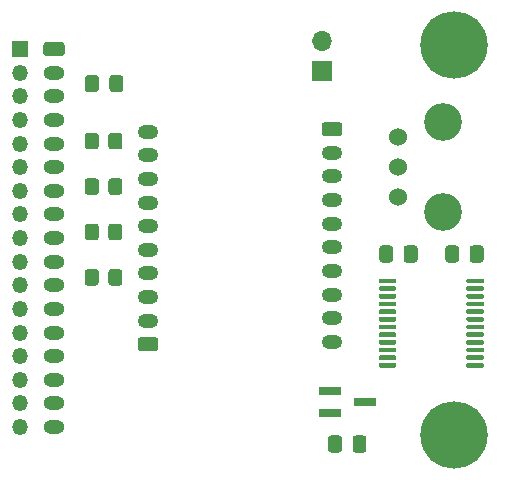
<source format=gts>
G04 #@! TF.GenerationSoftware,KiCad,Pcbnew,(6.0.1)*
G04 #@! TF.CreationDate,2022-07-04T23:19:22-07:00*
G04 #@! TF.ProjectId,mu100-dit,6d753130-302d-4646-9974-2e6b69636164,rev?*
G04 #@! TF.SameCoordinates,Original*
G04 #@! TF.FileFunction,Soldermask,Top*
G04 #@! TF.FilePolarity,Negative*
%FSLAX46Y46*%
G04 Gerber Fmt 4.6, Leading zero omitted, Abs format (unit mm)*
G04 Created by KiCad (PCBNEW (6.0.1)) date 2022-07-04 23:19:22*
%MOMM*%
%LPD*%
G01*
G04 APERTURE LIST*
%ADD10O,1.800000X1.200000*%
%ADD11R,1.350000X1.350000*%
%ADD12O,1.350000X1.350000*%
%ADD13O,1.750000X1.200000*%
%ADD14C,3.600000*%
%ADD15C,5.700000*%
%ADD16C,1.524000*%
%ADD17C,3.200000*%
%ADD18R,1.900000X0.800000*%
%ADD19O,1.700000X1.700000*%
%ADD20R,1.700000X1.700000*%
G04 APERTURE END LIST*
G36*
G01*
X56853400Y-83187000D02*
X58153400Y-83187000D01*
G75*
G02*
X58403400Y-83437000I0J-250000D01*
G01*
X58403400Y-84137000D01*
G75*
G02*
X58153400Y-84387000I-250000J0D01*
G01*
X56853400Y-84387000D01*
G75*
G02*
X56603400Y-84137000I0J250000D01*
G01*
X56603400Y-83437000D01*
G75*
G02*
X56853400Y-83187000I250000J0D01*
G01*
G37*
D10*
X57503400Y-85787000D03*
X57503400Y-87787000D03*
X57503400Y-89787000D03*
X57503400Y-91787000D03*
X57503400Y-93787000D03*
X57503400Y-95787000D03*
X57503400Y-97787000D03*
X57503400Y-99787000D03*
X57503400Y-101787000D03*
X57503400Y-103787000D03*
X57503400Y-105787000D03*
X57503400Y-107787000D03*
X57503400Y-109787000D03*
X57503400Y-111787000D03*
X57503400Y-113787000D03*
X57503400Y-115787000D03*
G36*
G01*
X60097400Y-92027000D02*
X60097400Y-91127000D01*
G75*
G02*
X60347400Y-90877000I250000J0D01*
G01*
X61047400Y-90877000D01*
G75*
G02*
X61297400Y-91127000I0J-250000D01*
G01*
X61297400Y-92027000D01*
G75*
G02*
X61047400Y-92277000I-250000J0D01*
G01*
X60347400Y-92277000D01*
G75*
G02*
X60097400Y-92027000I0J250000D01*
G01*
G37*
G36*
G01*
X62097400Y-92027000D02*
X62097400Y-91127000D01*
G75*
G02*
X62347400Y-90877000I250000J0D01*
G01*
X63047400Y-90877000D01*
G75*
G02*
X63297400Y-91127000I0J-250000D01*
G01*
X63297400Y-92027000D01*
G75*
G02*
X63047400Y-92277000I-250000J0D01*
G01*
X62347400Y-92277000D01*
G75*
G02*
X62097400Y-92027000I0J250000D01*
G01*
G37*
G36*
G01*
X60097400Y-95873666D02*
X60097400Y-94973666D01*
G75*
G02*
X60347400Y-94723666I250000J0D01*
G01*
X61047400Y-94723666D01*
G75*
G02*
X61297400Y-94973666I0J-250000D01*
G01*
X61297400Y-95873666D01*
G75*
G02*
X61047400Y-96123666I-250000J0D01*
G01*
X60347400Y-96123666D01*
G75*
G02*
X60097400Y-95873666I0J250000D01*
G01*
G37*
G36*
G01*
X62097400Y-95873666D02*
X62097400Y-94973666D01*
G75*
G02*
X62347400Y-94723666I250000J0D01*
G01*
X63047400Y-94723666D01*
G75*
G02*
X63297400Y-94973666I0J-250000D01*
G01*
X63297400Y-95873666D01*
G75*
G02*
X63047400Y-96123666I-250000J0D01*
G01*
X62347400Y-96123666D01*
G75*
G02*
X62097400Y-95873666I0J250000D01*
G01*
G37*
G36*
G01*
X60122400Y-87182800D02*
X60122400Y-86232800D01*
G75*
G02*
X60372400Y-85982800I250000J0D01*
G01*
X61047400Y-85982800D01*
G75*
G02*
X61297400Y-86232800I0J-250000D01*
G01*
X61297400Y-87182800D01*
G75*
G02*
X61047400Y-87432800I-250000J0D01*
G01*
X60372400Y-87432800D01*
G75*
G02*
X60122400Y-87182800I0J250000D01*
G01*
G37*
G36*
G01*
X62197400Y-87182800D02*
X62197400Y-86232800D01*
G75*
G02*
X62447400Y-85982800I250000J0D01*
G01*
X63122400Y-85982800D01*
G75*
G02*
X63372400Y-86232800I0J-250000D01*
G01*
X63372400Y-87182800D01*
G75*
G02*
X63122400Y-87432800I-250000J0D01*
G01*
X62447400Y-87432800D01*
G75*
G02*
X62197400Y-87182800I0J250000D01*
G01*
G37*
G36*
G01*
X60097400Y-99720332D02*
X60097400Y-98820332D01*
G75*
G02*
X60347400Y-98570332I250000J0D01*
G01*
X61047400Y-98570332D01*
G75*
G02*
X61297400Y-98820332I0J-250000D01*
G01*
X61297400Y-99720332D01*
G75*
G02*
X61047400Y-99970332I-250000J0D01*
G01*
X60347400Y-99970332D01*
G75*
G02*
X60097400Y-99720332I0J250000D01*
G01*
G37*
G36*
G01*
X62097400Y-99720332D02*
X62097400Y-98820332D01*
G75*
G02*
X62347400Y-98570332I250000J0D01*
G01*
X63047400Y-98570332D01*
G75*
G02*
X63297400Y-98820332I0J-250000D01*
G01*
X63297400Y-99720332D01*
G75*
G02*
X63047400Y-99970332I-250000J0D01*
G01*
X62347400Y-99970332D01*
G75*
G02*
X62097400Y-99720332I0J250000D01*
G01*
G37*
D11*
X54643400Y-83787000D03*
D12*
X54643400Y-85787000D03*
X54643400Y-87787000D03*
X54643400Y-89787000D03*
X54643400Y-91787000D03*
X54643400Y-93787000D03*
X54643400Y-95787000D03*
X54643400Y-97787000D03*
X54643400Y-99787000D03*
X54643400Y-101787000D03*
X54643400Y-103787000D03*
X54643400Y-105787000D03*
X54643400Y-107787000D03*
X54643400Y-109787000D03*
X54643400Y-111787000D03*
X54643400Y-113787000D03*
X54643400Y-115787000D03*
G36*
G01*
X60097400Y-103567000D02*
X60097400Y-102667000D01*
G75*
G02*
X60347400Y-102417000I250000J0D01*
G01*
X61047400Y-102417000D01*
G75*
G02*
X61297400Y-102667000I0J-250000D01*
G01*
X61297400Y-103567000D01*
G75*
G02*
X61047400Y-103817000I-250000J0D01*
G01*
X60347400Y-103817000D01*
G75*
G02*
X60097400Y-103567000I0J250000D01*
G01*
G37*
G36*
G01*
X62097400Y-103567000D02*
X62097400Y-102667000D01*
G75*
G02*
X62347400Y-102417000I250000J0D01*
G01*
X63047400Y-102417000D01*
G75*
G02*
X63297400Y-102667000I0J-250000D01*
G01*
X63297400Y-103567000D01*
G75*
G02*
X63047400Y-103817000I-250000J0D01*
G01*
X62347400Y-103817000D01*
G75*
G02*
X62097400Y-103567000I0J250000D01*
G01*
G37*
G36*
G01*
X66088400Y-109377000D02*
X64838400Y-109377000D01*
G75*
G02*
X64588400Y-109127000I0J250000D01*
G01*
X64588400Y-108427000D01*
G75*
G02*
X64838400Y-108177000I250000J0D01*
G01*
X66088400Y-108177000D01*
G75*
G02*
X66338400Y-108427000I0J-250000D01*
G01*
X66338400Y-109127000D01*
G75*
G02*
X66088400Y-109377000I-250000J0D01*
G01*
G37*
D13*
X65463400Y-106777000D03*
X65463400Y-104777000D03*
X65463400Y-102777000D03*
X65463400Y-100777000D03*
X65463400Y-98777000D03*
X65463400Y-96777000D03*
X65463400Y-94777000D03*
X65463400Y-92777000D03*
X65463400Y-90777000D03*
G36*
G01*
X82780000Y-117702000D02*
X82780000Y-116752000D01*
G75*
G02*
X83030000Y-116502000I250000J0D01*
G01*
X83705000Y-116502000D01*
G75*
G02*
X83955000Y-116752000I0J-250000D01*
G01*
X83955000Y-117702000D01*
G75*
G02*
X83705000Y-117952000I-250000J0D01*
G01*
X83030000Y-117952000D01*
G75*
G02*
X82780000Y-117702000I0J250000D01*
G01*
G37*
G36*
G01*
X80705000Y-117702000D02*
X80705000Y-116752000D01*
G75*
G02*
X80955000Y-116502000I250000J0D01*
G01*
X81630000Y-116502000D01*
G75*
G02*
X81880000Y-116752000I0J-250000D01*
G01*
X81880000Y-117702000D01*
G75*
G02*
X81630000Y-117952000I-250000J0D01*
G01*
X80955000Y-117952000D01*
G75*
G02*
X80705000Y-117702000I0J250000D01*
G01*
G37*
X81030000Y-108572000D03*
X81030000Y-106572000D03*
X81030000Y-104572000D03*
X81030000Y-102572000D03*
X81030000Y-100572000D03*
X81030000Y-98572000D03*
X81030000Y-96572000D03*
X81030000Y-94572000D03*
X81030000Y-92572000D03*
G36*
G01*
X80405000Y-89972000D02*
X81655000Y-89972000D01*
G75*
G02*
X81905000Y-90222000I0J-250000D01*
G01*
X81905000Y-90922000D01*
G75*
G02*
X81655000Y-91172000I-250000J0D01*
G01*
X80405000Y-91172000D01*
G75*
G02*
X80155000Y-90922000I0J250000D01*
G01*
X80155000Y-90222000D01*
G75*
G02*
X80405000Y-89972000I250000J0D01*
G01*
G37*
G36*
G01*
X92427000Y-103513427D02*
X92427000Y-103313427D01*
G75*
G02*
X92527000Y-103213427I100000J0D01*
G01*
X93802000Y-103213427D01*
G75*
G02*
X93902000Y-103313427I0J-100000D01*
G01*
X93902000Y-103513427D01*
G75*
G02*
X93802000Y-103613427I-100000J0D01*
G01*
X92527000Y-103613427D01*
G75*
G02*
X92427000Y-103513427I0J100000D01*
G01*
G37*
G36*
G01*
X92427000Y-104163427D02*
X92427000Y-103963427D01*
G75*
G02*
X92527000Y-103863427I100000J0D01*
G01*
X93802000Y-103863427D01*
G75*
G02*
X93902000Y-103963427I0J-100000D01*
G01*
X93902000Y-104163427D01*
G75*
G02*
X93802000Y-104263427I-100000J0D01*
G01*
X92527000Y-104263427D01*
G75*
G02*
X92427000Y-104163427I0J100000D01*
G01*
G37*
G36*
G01*
X92427000Y-104813427D02*
X92427000Y-104613427D01*
G75*
G02*
X92527000Y-104513427I100000J0D01*
G01*
X93802000Y-104513427D01*
G75*
G02*
X93902000Y-104613427I0J-100000D01*
G01*
X93902000Y-104813427D01*
G75*
G02*
X93802000Y-104913427I-100000J0D01*
G01*
X92527000Y-104913427D01*
G75*
G02*
X92427000Y-104813427I0J100000D01*
G01*
G37*
G36*
G01*
X92427000Y-105463427D02*
X92427000Y-105263427D01*
G75*
G02*
X92527000Y-105163427I100000J0D01*
G01*
X93802000Y-105163427D01*
G75*
G02*
X93902000Y-105263427I0J-100000D01*
G01*
X93902000Y-105463427D01*
G75*
G02*
X93802000Y-105563427I-100000J0D01*
G01*
X92527000Y-105563427D01*
G75*
G02*
X92427000Y-105463427I0J100000D01*
G01*
G37*
G36*
G01*
X92427000Y-106113427D02*
X92427000Y-105913427D01*
G75*
G02*
X92527000Y-105813427I100000J0D01*
G01*
X93802000Y-105813427D01*
G75*
G02*
X93902000Y-105913427I0J-100000D01*
G01*
X93902000Y-106113427D01*
G75*
G02*
X93802000Y-106213427I-100000J0D01*
G01*
X92527000Y-106213427D01*
G75*
G02*
X92427000Y-106113427I0J100000D01*
G01*
G37*
G36*
G01*
X92427000Y-106763427D02*
X92427000Y-106563427D01*
G75*
G02*
X92527000Y-106463427I100000J0D01*
G01*
X93802000Y-106463427D01*
G75*
G02*
X93902000Y-106563427I0J-100000D01*
G01*
X93902000Y-106763427D01*
G75*
G02*
X93802000Y-106863427I-100000J0D01*
G01*
X92527000Y-106863427D01*
G75*
G02*
X92427000Y-106763427I0J100000D01*
G01*
G37*
G36*
G01*
X92427000Y-107413427D02*
X92427000Y-107213427D01*
G75*
G02*
X92527000Y-107113427I100000J0D01*
G01*
X93802000Y-107113427D01*
G75*
G02*
X93902000Y-107213427I0J-100000D01*
G01*
X93902000Y-107413427D01*
G75*
G02*
X93802000Y-107513427I-100000J0D01*
G01*
X92527000Y-107513427D01*
G75*
G02*
X92427000Y-107413427I0J100000D01*
G01*
G37*
G36*
G01*
X92427000Y-108063427D02*
X92427000Y-107863427D01*
G75*
G02*
X92527000Y-107763427I100000J0D01*
G01*
X93802000Y-107763427D01*
G75*
G02*
X93902000Y-107863427I0J-100000D01*
G01*
X93902000Y-108063427D01*
G75*
G02*
X93802000Y-108163427I-100000J0D01*
G01*
X92527000Y-108163427D01*
G75*
G02*
X92427000Y-108063427I0J100000D01*
G01*
G37*
G36*
G01*
X92427000Y-108713427D02*
X92427000Y-108513427D01*
G75*
G02*
X92527000Y-108413427I100000J0D01*
G01*
X93802000Y-108413427D01*
G75*
G02*
X93902000Y-108513427I0J-100000D01*
G01*
X93902000Y-108713427D01*
G75*
G02*
X93802000Y-108813427I-100000J0D01*
G01*
X92527000Y-108813427D01*
G75*
G02*
X92427000Y-108713427I0J100000D01*
G01*
G37*
G36*
G01*
X92427000Y-109363427D02*
X92427000Y-109163427D01*
G75*
G02*
X92527000Y-109063427I100000J0D01*
G01*
X93802000Y-109063427D01*
G75*
G02*
X93902000Y-109163427I0J-100000D01*
G01*
X93902000Y-109363427D01*
G75*
G02*
X93802000Y-109463427I-100000J0D01*
G01*
X92527000Y-109463427D01*
G75*
G02*
X92427000Y-109363427I0J100000D01*
G01*
G37*
G36*
G01*
X92427000Y-110013427D02*
X92427000Y-109813427D01*
G75*
G02*
X92527000Y-109713427I100000J0D01*
G01*
X93802000Y-109713427D01*
G75*
G02*
X93902000Y-109813427I0J-100000D01*
G01*
X93902000Y-110013427D01*
G75*
G02*
X93802000Y-110113427I-100000J0D01*
G01*
X92527000Y-110113427D01*
G75*
G02*
X92427000Y-110013427I0J100000D01*
G01*
G37*
G36*
G01*
X92427000Y-110663427D02*
X92427000Y-110463427D01*
G75*
G02*
X92527000Y-110363427I100000J0D01*
G01*
X93802000Y-110363427D01*
G75*
G02*
X93902000Y-110463427I0J-100000D01*
G01*
X93902000Y-110663427D01*
G75*
G02*
X93802000Y-110763427I-100000J0D01*
G01*
X92527000Y-110763427D01*
G75*
G02*
X92427000Y-110663427I0J100000D01*
G01*
G37*
G36*
G01*
X85002000Y-110663427D02*
X85002000Y-110463427D01*
G75*
G02*
X85102000Y-110363427I100000J0D01*
G01*
X86377000Y-110363427D01*
G75*
G02*
X86477000Y-110463427I0J-100000D01*
G01*
X86477000Y-110663427D01*
G75*
G02*
X86377000Y-110763427I-100000J0D01*
G01*
X85102000Y-110763427D01*
G75*
G02*
X85002000Y-110663427I0J100000D01*
G01*
G37*
G36*
G01*
X85002000Y-110013427D02*
X85002000Y-109813427D01*
G75*
G02*
X85102000Y-109713427I100000J0D01*
G01*
X86377000Y-109713427D01*
G75*
G02*
X86477000Y-109813427I0J-100000D01*
G01*
X86477000Y-110013427D01*
G75*
G02*
X86377000Y-110113427I-100000J0D01*
G01*
X85102000Y-110113427D01*
G75*
G02*
X85002000Y-110013427I0J100000D01*
G01*
G37*
G36*
G01*
X85002000Y-109363427D02*
X85002000Y-109163427D01*
G75*
G02*
X85102000Y-109063427I100000J0D01*
G01*
X86377000Y-109063427D01*
G75*
G02*
X86477000Y-109163427I0J-100000D01*
G01*
X86477000Y-109363427D01*
G75*
G02*
X86377000Y-109463427I-100000J0D01*
G01*
X85102000Y-109463427D01*
G75*
G02*
X85002000Y-109363427I0J100000D01*
G01*
G37*
G36*
G01*
X85002000Y-108713427D02*
X85002000Y-108513427D01*
G75*
G02*
X85102000Y-108413427I100000J0D01*
G01*
X86377000Y-108413427D01*
G75*
G02*
X86477000Y-108513427I0J-100000D01*
G01*
X86477000Y-108713427D01*
G75*
G02*
X86377000Y-108813427I-100000J0D01*
G01*
X85102000Y-108813427D01*
G75*
G02*
X85002000Y-108713427I0J100000D01*
G01*
G37*
G36*
G01*
X85002000Y-108063427D02*
X85002000Y-107863427D01*
G75*
G02*
X85102000Y-107763427I100000J0D01*
G01*
X86377000Y-107763427D01*
G75*
G02*
X86477000Y-107863427I0J-100000D01*
G01*
X86477000Y-108063427D01*
G75*
G02*
X86377000Y-108163427I-100000J0D01*
G01*
X85102000Y-108163427D01*
G75*
G02*
X85002000Y-108063427I0J100000D01*
G01*
G37*
G36*
G01*
X85002000Y-107413427D02*
X85002000Y-107213427D01*
G75*
G02*
X85102000Y-107113427I100000J0D01*
G01*
X86377000Y-107113427D01*
G75*
G02*
X86477000Y-107213427I0J-100000D01*
G01*
X86477000Y-107413427D01*
G75*
G02*
X86377000Y-107513427I-100000J0D01*
G01*
X85102000Y-107513427D01*
G75*
G02*
X85002000Y-107413427I0J100000D01*
G01*
G37*
G36*
G01*
X85002000Y-106763427D02*
X85002000Y-106563427D01*
G75*
G02*
X85102000Y-106463427I100000J0D01*
G01*
X86377000Y-106463427D01*
G75*
G02*
X86477000Y-106563427I0J-100000D01*
G01*
X86477000Y-106763427D01*
G75*
G02*
X86377000Y-106863427I-100000J0D01*
G01*
X85102000Y-106863427D01*
G75*
G02*
X85002000Y-106763427I0J100000D01*
G01*
G37*
G36*
G01*
X85002000Y-106113427D02*
X85002000Y-105913427D01*
G75*
G02*
X85102000Y-105813427I100000J0D01*
G01*
X86377000Y-105813427D01*
G75*
G02*
X86477000Y-105913427I0J-100000D01*
G01*
X86477000Y-106113427D01*
G75*
G02*
X86377000Y-106213427I-100000J0D01*
G01*
X85102000Y-106213427D01*
G75*
G02*
X85002000Y-106113427I0J100000D01*
G01*
G37*
G36*
G01*
X85002000Y-105463427D02*
X85002000Y-105263427D01*
G75*
G02*
X85102000Y-105163427I100000J0D01*
G01*
X86377000Y-105163427D01*
G75*
G02*
X86477000Y-105263427I0J-100000D01*
G01*
X86477000Y-105463427D01*
G75*
G02*
X86377000Y-105563427I-100000J0D01*
G01*
X85102000Y-105563427D01*
G75*
G02*
X85002000Y-105463427I0J100000D01*
G01*
G37*
G36*
G01*
X85002000Y-104813427D02*
X85002000Y-104613427D01*
G75*
G02*
X85102000Y-104513427I100000J0D01*
G01*
X86377000Y-104513427D01*
G75*
G02*
X86477000Y-104613427I0J-100000D01*
G01*
X86477000Y-104813427D01*
G75*
G02*
X86377000Y-104913427I-100000J0D01*
G01*
X85102000Y-104913427D01*
G75*
G02*
X85002000Y-104813427I0J100000D01*
G01*
G37*
G36*
G01*
X85002000Y-104163427D02*
X85002000Y-103963427D01*
G75*
G02*
X85102000Y-103863427I100000J0D01*
G01*
X86377000Y-103863427D01*
G75*
G02*
X86477000Y-103963427I0J-100000D01*
G01*
X86477000Y-104163427D01*
G75*
G02*
X86377000Y-104263427I-100000J0D01*
G01*
X85102000Y-104263427D01*
G75*
G02*
X85002000Y-104163427I0J100000D01*
G01*
G37*
G36*
G01*
X85002000Y-103513427D02*
X85002000Y-103313427D01*
G75*
G02*
X85102000Y-103213427I100000J0D01*
G01*
X86377000Y-103213427D01*
G75*
G02*
X86477000Y-103313427I0J-100000D01*
G01*
X86477000Y-103513427D01*
G75*
G02*
X86377000Y-103613427I-100000J0D01*
G01*
X85102000Y-103613427D01*
G75*
G02*
X85002000Y-103513427I0J100000D01*
G01*
G37*
D14*
X91350000Y-83452000D03*
D15*
X91350000Y-83452000D03*
D16*
X86620000Y-96342000D03*
X86620000Y-93802000D03*
X86620000Y-91262000D03*
D17*
X90430000Y-97612000D03*
X90430000Y-89992000D03*
G36*
G01*
X92696000Y-101615000D02*
X92696000Y-100665000D01*
G75*
G02*
X92946000Y-100415000I250000J0D01*
G01*
X93621000Y-100415000D01*
G75*
G02*
X93871000Y-100665000I0J-250000D01*
G01*
X93871000Y-101615000D01*
G75*
G02*
X93621000Y-101865000I-250000J0D01*
G01*
X92946000Y-101865000D01*
G75*
G02*
X92696000Y-101615000I0J250000D01*
G01*
G37*
G36*
G01*
X90621000Y-101615000D02*
X90621000Y-100665000D01*
G75*
G02*
X90871000Y-100415000I250000J0D01*
G01*
X91546000Y-100415000D01*
G75*
G02*
X91796000Y-100665000I0J-250000D01*
G01*
X91796000Y-101615000D01*
G75*
G02*
X91546000Y-101865000I-250000J0D01*
G01*
X90871000Y-101865000D01*
G75*
G02*
X90621000Y-101615000I0J250000D01*
G01*
G37*
D18*
X83830000Y-113652000D03*
X80830000Y-114602000D03*
X80830000Y-112702000D03*
G36*
G01*
X86208000Y-100665000D02*
X86208000Y-101615000D01*
G75*
G02*
X85958000Y-101865000I-250000J0D01*
G01*
X85283000Y-101865000D01*
G75*
G02*
X85033000Y-101615000I0J250000D01*
G01*
X85033000Y-100665000D01*
G75*
G02*
X85283000Y-100415000I250000J0D01*
G01*
X85958000Y-100415000D01*
G75*
G02*
X86208000Y-100665000I0J-250000D01*
G01*
G37*
G36*
G01*
X88283000Y-100665000D02*
X88283000Y-101615000D01*
G75*
G02*
X88033000Y-101865000I-250000J0D01*
G01*
X87358000Y-101865000D01*
G75*
G02*
X87108000Y-101615000I0J250000D01*
G01*
X87108000Y-100665000D01*
G75*
G02*
X87358000Y-100415000I250000J0D01*
G01*
X88033000Y-100415000D01*
G75*
G02*
X88283000Y-100665000I0J-250000D01*
G01*
G37*
D14*
X91350000Y-116452000D03*
D15*
X91350000Y-116452000D03*
D19*
X80180000Y-83137000D03*
D20*
X80180000Y-85677000D03*
M02*

</source>
